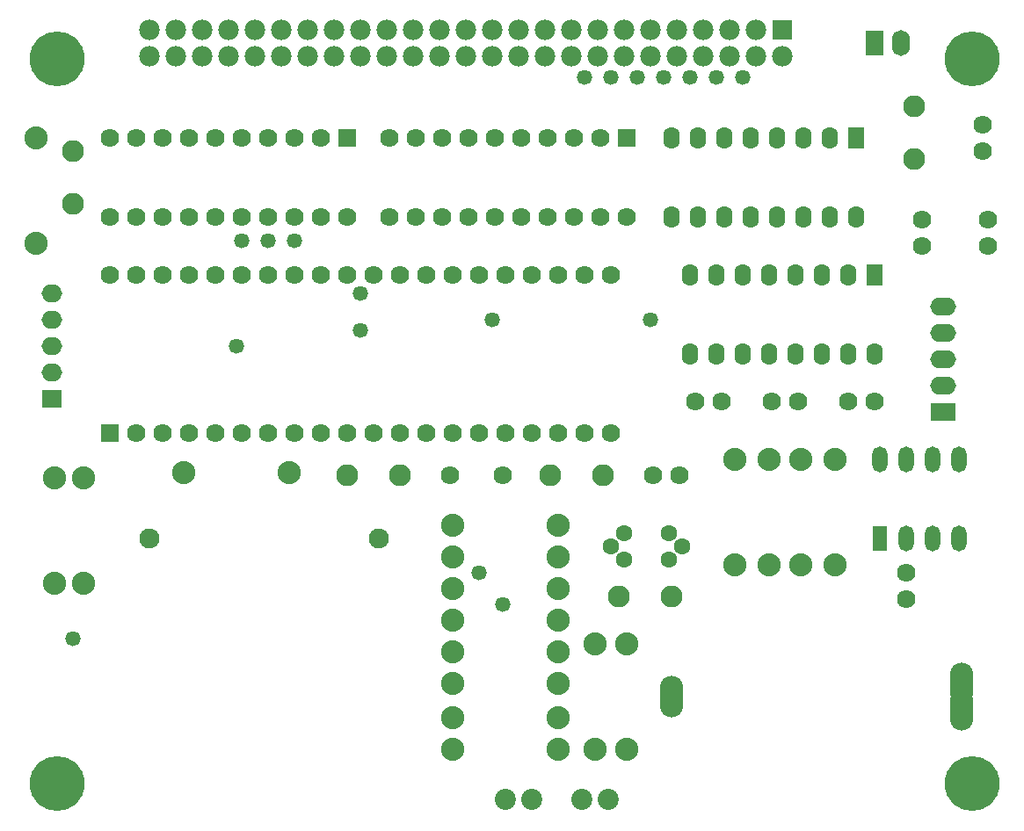
<source format=gbs>
%FSLAX42Y42*%
%MOMM*%
G71*
G01*
G75*
%ADD10C,0.20*%
%ADD11R,2.00X2.00*%
%ADD12R,2.00X1.00*%
%ADD13R,1.00X2.00*%
%ADD14R,1.00X2.00*%
%ADD15C,0.41*%
%ADD16C,0.61*%
%ADD17C,0.30*%
%ADD18C,0.25*%
%ADD19C,1.73*%
%ADD20C,2.03*%
%ADD21C,1.90*%
%ADD22R,1.78X1.78*%
%ADD23C,1.78*%
%ADD24O,1.52X2.29*%
%ADD25R,1.52X2.29*%
%ADD26O,2.03X3.81*%
%ADD27C,1.83*%
%ADD28O,2.29X1.52*%
%ADD29O,1.78X1.52*%
%ADD30R,1.78X1.52*%
%ADD31C,5.08*%
%ADD32R,1.57X1.57*%
%ADD33C,1.57*%
%ADD34R,1.40X1.90*%
%ADD35O,1.40X1.90*%
%ADD36O,1.27X2.29*%
%ADD37R,1.27X2.29*%
%ADD38C,1.40*%
%ADD39R,2.29X1.52*%
%ADD40C,1.27*%
%ADD41R,2.20X2.20*%
%ADD42R,2.20X1.20*%
%ADD43R,1.20X2.20*%
%ADD44R,1.20X2.20*%
%ADD45C,1.93*%
%ADD46C,2.24*%
%ADD47C,2.11*%
%ADD48R,1.98X1.98*%
%ADD49C,1.98*%
%ADD50O,1.73X2.49*%
%ADD51R,1.73X2.49*%
%ADD52O,2.24X4.01*%
%ADD53O,2.49X1.73*%
%ADD54O,1.98X1.73*%
%ADD55R,1.98X1.73*%
%ADD56C,5.28*%
%ADD57R,1.60X2.11*%
%ADD58O,1.60X2.11*%
%ADD59O,1.47X2.49*%
%ADD60R,1.47X2.49*%
%ADD61C,1.60*%
%ADD62R,2.49X1.73*%
%ADD63C,1.47*%
D20*
X25285Y16669D02*
D03*
X25767D02*
D03*
X26021D02*
D03*
X25031D02*
D03*
D22*
X26199Y23044D02*
D03*
X23507D02*
D03*
X21221Y20199D02*
D03*
D23*
X27596Y20504D02*
D03*
X27114D02*
D03*
X29628Y23171D02*
D03*
X29044Y22003D02*
D03*
Y22257D02*
D03*
X29679Y22003D02*
D03*
Y22257D02*
D03*
X22237Y22282D02*
D03*
X21983D02*
D03*
X22491D02*
D03*
X22745D02*
D03*
X22999D02*
D03*
X21729D02*
D03*
X21221D02*
D03*
X23253D02*
D03*
X21475D02*
D03*
X23253Y23044D02*
D03*
X22999D02*
D03*
X22745D02*
D03*
X22491D02*
D03*
X22237D02*
D03*
X21983D02*
D03*
X21729D02*
D03*
X21475D02*
D03*
X21221D02*
D03*
X23507Y22282D02*
D03*
X29628Y22917D02*
D03*
X25793Y20199D02*
D03*
X26047D02*
D03*
Y21723D02*
D03*
X25793D02*
D03*
X24523D02*
D03*
X24269D02*
D03*
X24015D02*
D03*
X23761D02*
D03*
X26707Y19793D02*
D03*
X26453D02*
D03*
X21475Y20199D02*
D03*
X21729D02*
D03*
X21983D02*
D03*
X22237D02*
D03*
X22491D02*
D03*
X22745D02*
D03*
X22999D02*
D03*
X23253D02*
D03*
X23507D02*
D03*
X23761D02*
D03*
X24015D02*
D03*
X24269D02*
D03*
X24523D02*
D03*
X24777D02*
D03*
X25031D02*
D03*
X25285D02*
D03*
X25539D02*
D03*
X21221Y21723D02*
D03*
X21475D02*
D03*
X22237D02*
D03*
X22491D02*
D03*
X22745D02*
D03*
X22999D02*
D03*
X23253D02*
D03*
X23507D02*
D03*
X24777D02*
D03*
X25031D02*
D03*
X25285D02*
D03*
X26860Y20504D02*
D03*
X27850D02*
D03*
X28587D02*
D03*
X28333D02*
D03*
X24497Y19793D02*
D03*
X25005D02*
D03*
X28892Y18853D02*
D03*
Y18599D02*
D03*
X21729Y21723D02*
D03*
X21983D02*
D03*
X25945Y23044D02*
D03*
X25691D02*
D03*
X25437D02*
D03*
X25183D02*
D03*
X24929D02*
D03*
X24675D02*
D03*
X24421D02*
D03*
X24167D02*
D03*
X23913D02*
D03*
X26199Y22282D02*
D03*
X25945D02*
D03*
X25691D02*
D03*
X25437D02*
D03*
X25183D02*
D03*
X24929D02*
D03*
X24675D02*
D03*
X24421D02*
D03*
X24167D02*
D03*
X23913D02*
D03*
X25539Y21723D02*
D03*
D45*
X21602Y19183D02*
D03*
X23812D02*
D03*
D46*
X27241Y19945D02*
D03*
Y18929D02*
D03*
X20510Y22028D02*
D03*
Y23044D02*
D03*
X24523Y17151D02*
D03*
X25539D02*
D03*
X22948Y19818D02*
D03*
X21932D02*
D03*
X24523Y19310D02*
D03*
X25539D02*
D03*
X28206Y18929D02*
D03*
Y19945D02*
D03*
X27876D02*
D03*
Y18929D02*
D03*
X27571D02*
D03*
Y19945D02*
D03*
X24523Y18701D02*
D03*
X25539D02*
D03*
Y18396D02*
D03*
X24523D02*
D03*
Y17786D02*
D03*
X25539D02*
D03*
X24523Y19005D02*
D03*
X25539D02*
D03*
Y18091D02*
D03*
X24523D02*
D03*
Y17456D02*
D03*
X25539D02*
D03*
X20687Y19767D02*
D03*
Y18751D02*
D03*
X20967D02*
D03*
Y19767D02*
D03*
X26199Y17151D02*
D03*
Y18167D02*
D03*
X25894D02*
D03*
Y17151D02*
D03*
D47*
X20865Y22409D02*
D03*
Y22917D02*
D03*
X28968Y23349D02*
D03*
Y22841D02*
D03*
X24015Y19793D02*
D03*
X23507D02*
D03*
X25971D02*
D03*
X25463D02*
D03*
X26123Y18624D02*
D03*
X26631D02*
D03*
D48*
X27698Y24085D02*
D03*
D49*
Y23831D02*
D03*
X27444Y24085D02*
D03*
Y23831D02*
D03*
X27190Y24085D02*
D03*
Y23831D02*
D03*
X26936Y24085D02*
D03*
Y23831D02*
D03*
X26682Y24085D02*
D03*
Y23831D02*
D03*
X26428Y24085D02*
D03*
Y23831D02*
D03*
X26174Y24085D02*
D03*
Y23831D02*
D03*
X25920Y24085D02*
D03*
Y23831D02*
D03*
X25666Y24085D02*
D03*
Y23831D02*
D03*
X25412Y24085D02*
D03*
Y23831D02*
D03*
X25158Y24085D02*
D03*
Y23831D02*
D03*
X24904Y24085D02*
D03*
Y23831D02*
D03*
X24650Y24085D02*
D03*
Y23831D02*
D03*
X24396Y24085D02*
D03*
Y23831D02*
D03*
X24142Y24085D02*
D03*
Y23831D02*
D03*
X23888Y24085D02*
D03*
Y23831D02*
D03*
X23634Y24085D02*
D03*
Y23831D02*
D03*
X23380Y24085D02*
D03*
Y23831D02*
D03*
X23126Y24085D02*
D03*
Y23831D02*
D03*
X22872Y24085D02*
D03*
Y23831D02*
D03*
X22618Y24085D02*
D03*
Y23831D02*
D03*
X22364Y24085D02*
D03*
Y23831D02*
D03*
X22110Y24085D02*
D03*
Y23831D02*
D03*
X21856Y24085D02*
D03*
Y23831D02*
D03*
X21602Y24085D02*
D03*
Y23831D02*
D03*
D50*
X28841Y23958D02*
D03*
D51*
X28587D02*
D03*
D52*
X26631Y17659D02*
D03*
X29425Y17786D02*
D03*
Y17532D02*
D03*
D53*
X29247Y21418D02*
D03*
Y20656D02*
D03*
Y20910D02*
D03*
Y21164D02*
D03*
D54*
X20662Y21291D02*
D03*
Y21037D02*
D03*
Y20783D02*
D03*
Y21545D02*
D03*
D55*
Y20529D02*
D03*
D56*
X29527Y16821D02*
D03*
Y23806D02*
D03*
X20713D02*
D03*
Y16821D02*
D03*
D57*
X28409Y23044D02*
D03*
X28587Y21723D02*
D03*
D58*
X28155Y23044D02*
D03*
X27901D02*
D03*
X27647D02*
D03*
X27393D02*
D03*
X27139D02*
D03*
X26885D02*
D03*
X26631D02*
D03*
X28409Y22282D02*
D03*
X28155D02*
D03*
X27901D02*
D03*
X27647D02*
D03*
X27393D02*
D03*
X27139D02*
D03*
X26885D02*
D03*
X26631D02*
D03*
X28333Y21723D02*
D03*
X28079D02*
D03*
X27825D02*
D03*
X27571D02*
D03*
X27317D02*
D03*
X27063D02*
D03*
X28587Y20961D02*
D03*
X28333D02*
D03*
X28079D02*
D03*
X27571D02*
D03*
X27317D02*
D03*
X27063D02*
D03*
X26809D02*
D03*
Y21723D02*
D03*
X27825Y20961D02*
D03*
D59*
X29400Y19945D02*
D03*
X29146D02*
D03*
X28892D02*
D03*
X28638D02*
D03*
X29400Y19183D02*
D03*
X29146D02*
D03*
X28892D02*
D03*
D60*
X28638D02*
D03*
D61*
X26606Y18980D02*
D03*
Y19234D02*
D03*
X26733Y19107D02*
D03*
X26047D02*
D03*
X26174Y18980D02*
D03*
Y19234D02*
D03*
D62*
X29247Y20402D02*
D03*
D63*
X20865Y18218D02*
D03*
X23634Y21545D02*
D03*
Y21190D02*
D03*
X22440Y21037D02*
D03*
X24777Y18853D02*
D03*
X25793Y23628D02*
D03*
X26047D02*
D03*
X26301D02*
D03*
X26555D02*
D03*
X26809D02*
D03*
X27063D02*
D03*
X27317D02*
D03*
X26428Y21291D02*
D03*
X24904D02*
D03*
X22745Y22053D02*
D03*
X22999D02*
D03*
X22491D02*
D03*
X25005Y18548D02*
D03*
M02*

</source>
